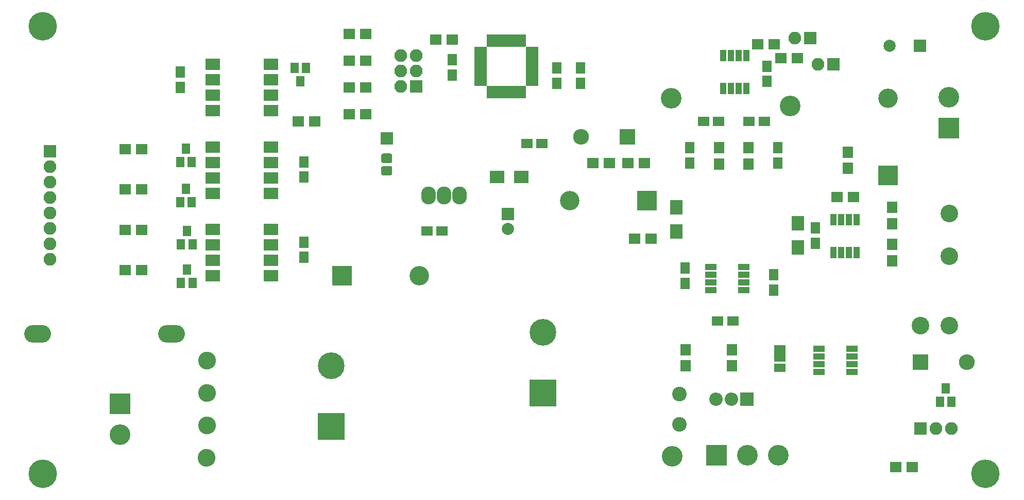
<source format=gts>
G04 #@! TF.GenerationSoftware,KiCad,Pcbnew,(5.1.4)-1*
G04 #@! TF.CreationDate,2019-11-18T21:37:14+02:00*
G04 #@! TF.ProjectId,pcb_1,7063625f-312e-46b6-9963-61645f706362,rev?*
G04 #@! TF.SameCoordinates,Original*
G04 #@! TF.FileFunction,Soldermask,Top*
G04 #@! TF.FilePolarity,Negative*
%FSLAX46Y46*%
G04 Gerber Fmt 4.6, Leading zero omitted, Abs format (unit mm)*
G04 Created by KiCad (PCBNEW (5.1.4)-1) date 2019-11-18 21:37:14*
%MOMM*%
%LPD*%
G04 APERTURE LIST*
%ADD10C,0.400000*%
%ADD11C,1.550000*%
%ADD12R,2.100000X2.100000*%
%ADD13C,4.700000*%
%ADD14C,2.000000*%
%ADD15R,2.000000X2.000000*%
%ADD16R,2.400000X2.000000*%
%ADD17R,1.900000X1.650000*%
%ADD18R,1.900000X1.700000*%
%ADD19O,4.400000X2.900000*%
%ADD20R,3.400000X3.400000*%
%ADD21C,3.400000*%
%ADD22C,4.400000*%
%ADD23R,4.400000X4.400000*%
%ADD24C,2.400000*%
%ADD25O,2.432000X2.940000*%
%ADD26R,2.432000X1.924000*%
%ADD27R,1.650000X1.900000*%
%ADD28O,2.100000X2.100000*%
%ADD29R,2.000000X0.950000*%
%ADD30R,0.950000X2.000000*%
%ADD31R,1.950000X1.000000*%
%ADD32R,2.000000X2.400000*%
%ADD33R,1.700000X1.900000*%
%ADD34R,1.900000X1.450000*%
%ADD35R,1.900000X2.800000*%
%ADD36R,1.000000X1.950000*%
%ADD37O,3.200000X3.200000*%
%ADD38R,3.200000X3.200000*%
%ADD39R,2.600000X2.600000*%
%ADD40O,2.600000X2.600000*%
%ADD41C,2.924000*%
%ADD42C,2.900000*%
%ADD43R,2.200000X2.200000*%
%ADD44O,2.200000X2.200000*%
%ADD45R,1.400000X1.800000*%
G04 APERTURE END LIST*
D10*
G36*
X97116071Y-56648623D02*
G01*
X97148781Y-56653475D01*
X97180857Y-56661509D01*
X97211991Y-56672649D01*
X97241884Y-56686787D01*
X97270247Y-56703787D01*
X97296807Y-56723485D01*
X97321308Y-56745692D01*
X97343515Y-56770193D01*
X97363213Y-56796753D01*
X97380213Y-56825116D01*
X97394351Y-56855009D01*
X97405491Y-56886143D01*
X97413525Y-56918219D01*
X97418377Y-56950929D01*
X97420000Y-56983956D01*
X97420000Y-57860044D01*
X97418377Y-57893071D01*
X97413525Y-57925781D01*
X97405491Y-57957857D01*
X97394351Y-57988991D01*
X97380213Y-58018884D01*
X97363213Y-58047247D01*
X97343515Y-58073807D01*
X97321308Y-58098308D01*
X97296807Y-58120515D01*
X97270247Y-58140213D01*
X97241884Y-58157213D01*
X97211991Y-58171351D01*
X97180857Y-58182491D01*
X97148781Y-58190525D01*
X97116071Y-58195377D01*
X97083044Y-58197000D01*
X95956956Y-58197000D01*
X95923929Y-58195377D01*
X95891219Y-58190525D01*
X95859143Y-58182491D01*
X95828009Y-58171351D01*
X95798116Y-58157213D01*
X95769753Y-58140213D01*
X95743193Y-58120515D01*
X95718692Y-58098308D01*
X95696485Y-58073807D01*
X95676787Y-58047247D01*
X95659787Y-58018884D01*
X95645649Y-57988991D01*
X95634509Y-57957857D01*
X95626475Y-57925781D01*
X95621623Y-57893071D01*
X95620000Y-57860044D01*
X95620000Y-56983956D01*
X95621623Y-56950929D01*
X95626475Y-56918219D01*
X95634509Y-56886143D01*
X95645649Y-56855009D01*
X95659787Y-56825116D01*
X95676787Y-56796753D01*
X95696485Y-56770193D01*
X95718692Y-56745692D01*
X95743193Y-56723485D01*
X95769753Y-56703787D01*
X95798116Y-56686787D01*
X95828009Y-56672649D01*
X95859143Y-56661509D01*
X95891219Y-56653475D01*
X95923929Y-56648623D01*
X95956956Y-56647000D01*
X97083044Y-56647000D01*
X97116071Y-56648623D01*
X97116071Y-56648623D01*
G37*
D11*
X96520000Y-57422000D03*
D10*
G36*
X97116071Y-54598623D02*
G01*
X97148781Y-54603475D01*
X97180857Y-54611509D01*
X97211991Y-54622649D01*
X97241884Y-54636787D01*
X97270247Y-54653787D01*
X97296807Y-54673485D01*
X97321308Y-54695692D01*
X97343515Y-54720193D01*
X97363213Y-54746753D01*
X97380213Y-54775116D01*
X97394351Y-54805009D01*
X97405491Y-54836143D01*
X97413525Y-54868219D01*
X97418377Y-54900929D01*
X97420000Y-54933956D01*
X97420000Y-55810044D01*
X97418377Y-55843071D01*
X97413525Y-55875781D01*
X97405491Y-55907857D01*
X97394351Y-55938991D01*
X97380213Y-55968884D01*
X97363213Y-55997247D01*
X97343515Y-56023807D01*
X97321308Y-56048308D01*
X97296807Y-56070515D01*
X97270247Y-56090213D01*
X97241884Y-56107213D01*
X97211991Y-56121351D01*
X97180857Y-56132491D01*
X97148781Y-56140525D01*
X97116071Y-56145377D01*
X97083044Y-56147000D01*
X95956956Y-56147000D01*
X95923929Y-56145377D01*
X95891219Y-56140525D01*
X95859143Y-56132491D01*
X95828009Y-56121351D01*
X95798116Y-56107213D01*
X95769753Y-56090213D01*
X95743193Y-56070515D01*
X95718692Y-56048308D01*
X95696485Y-56023807D01*
X95676787Y-55997247D01*
X95659787Y-55968884D01*
X95645649Y-55938991D01*
X95634509Y-55907857D01*
X95626475Y-55875781D01*
X95621623Y-55843071D01*
X95620000Y-55810044D01*
X95620000Y-54933956D01*
X95621623Y-54900929D01*
X95626475Y-54868219D01*
X95634509Y-54836143D01*
X95645649Y-54805009D01*
X95659787Y-54775116D01*
X95676787Y-54746753D01*
X95696485Y-54720193D01*
X95718692Y-54695692D01*
X95743193Y-54673485D01*
X95769753Y-54653787D01*
X95798116Y-54636787D01*
X95828009Y-54622649D01*
X95859143Y-54611509D01*
X95891219Y-54603475D01*
X95923929Y-54598623D01*
X95956956Y-54597000D01*
X97083044Y-54597000D01*
X97116071Y-54598623D01*
X97116071Y-54598623D01*
G37*
D11*
X96520000Y-55372000D03*
D12*
X96520000Y-52070000D03*
D13*
X194945000Y-33655000D03*
X194945000Y-107315000D03*
X40005000Y-107315000D03*
X40005000Y-33655000D03*
D14*
X116459000Y-67016000D03*
D15*
X116459000Y-64516000D03*
D16*
X114618000Y-58420000D03*
X118618000Y-58420000D03*
D17*
X119547000Y-52959000D03*
X122047000Y-52959000D03*
D18*
X182880000Y-106172000D03*
X180180000Y-106172000D03*
D19*
X61163200Y-84277200D03*
X39163200Y-84277200D03*
D20*
X52705000Y-95758000D03*
D21*
X52705000Y-100838000D03*
D22*
X87376000Y-89517200D03*
D23*
X87376000Y-99517200D03*
D21*
X143433800Y-104470200D03*
D24*
X144589500Y-99170500D03*
X144589500Y-94170500D03*
D15*
X184150000Y-36830000D03*
D14*
X179150000Y-36830000D03*
D25*
X103378000Y-61468000D03*
X108458000Y-61468000D03*
X105918000Y-61468000D03*
D26*
X77467500Y-53568600D03*
X77467500Y-56108600D03*
X77467500Y-58648600D03*
X77467500Y-61188600D03*
X67947500Y-61188600D03*
X67947500Y-58648600D03*
X67947500Y-56108600D03*
X67947500Y-53568600D03*
D27*
X62611000Y-41188000D03*
X62611000Y-43688000D03*
D26*
X77467500Y-67132200D03*
X77467500Y-69672200D03*
X77467500Y-72212200D03*
X77467500Y-74752200D03*
X67947500Y-74752200D03*
X67947500Y-72212200D03*
X67947500Y-69672200D03*
X67947500Y-67132200D03*
D18*
X56255900Y-60509777D03*
X53555900Y-60509777D03*
X53555900Y-53848000D03*
X56255900Y-53848000D03*
X56255900Y-67136888D03*
X53555900Y-67136888D03*
X53555900Y-73764000D03*
X56255900Y-73764000D03*
D28*
X41160700Y-72041001D03*
X41160700Y-69501001D03*
X41160700Y-66961001D03*
X41160700Y-64421001D03*
X41160700Y-61881001D03*
X41160700Y-59341001D03*
X41160700Y-56801001D03*
D12*
X41160700Y-54261001D03*
D26*
X77467500Y-47561500D03*
X77467500Y-45021500D03*
X77467500Y-42481500D03*
X77467500Y-39941500D03*
X67947500Y-39941500D03*
X67947500Y-42481500D03*
X67947500Y-45021500D03*
X67947500Y-47561500D03*
D28*
X98806000Y-38481000D03*
X101346000Y-38481000D03*
X98806000Y-41021000D03*
X101346000Y-41021000D03*
X98806000Y-43561000D03*
D12*
X101346000Y-43561000D03*
D18*
X93044000Y-48133000D03*
X90344000Y-48133000D03*
X93044000Y-39327666D03*
X90344000Y-39327666D03*
X90344000Y-34925000D03*
X93044000Y-34925000D03*
X93044000Y-43730332D03*
X90344000Y-43730332D03*
D29*
X111955000Y-37459000D03*
X111955000Y-38259000D03*
X111955000Y-39059000D03*
X111955000Y-39859000D03*
X111955000Y-40659000D03*
X111955000Y-41459000D03*
X111955000Y-42259000D03*
X111955000Y-43059000D03*
D30*
X113405000Y-44509000D03*
X114205000Y-44509000D03*
X115005000Y-44509000D03*
X115805000Y-44509000D03*
X116605000Y-44509000D03*
X117405000Y-44509000D03*
X118205000Y-44509000D03*
X119005000Y-44509000D03*
D29*
X120455000Y-43059000D03*
X120455000Y-42259000D03*
X120455000Y-41459000D03*
X120455000Y-40659000D03*
X120455000Y-39859000D03*
X120455000Y-39059000D03*
X120455000Y-38259000D03*
X120455000Y-37459000D03*
D30*
X119005000Y-36009000D03*
X118205000Y-36009000D03*
X117405000Y-36009000D03*
X116605000Y-36009000D03*
X115805000Y-36009000D03*
X115005000Y-36009000D03*
X114205000Y-36009000D03*
X113405000Y-36009000D03*
D31*
X155227000Y-77089000D03*
X155227000Y-75819000D03*
X155227000Y-74549000D03*
X155227000Y-73279000D03*
X149827000Y-73279000D03*
X149827000Y-74549000D03*
X149827000Y-75819000D03*
X149827000Y-77089000D03*
D32*
X164084000Y-66072000D03*
X164084000Y-70072000D03*
X144081500Y-67437000D03*
X144081500Y-63437000D03*
D27*
X128397000Y-40513000D03*
X128397000Y-43013000D03*
X107315000Y-39156000D03*
X107315000Y-41656000D03*
D33*
X179578000Y-69563000D03*
X179578000Y-72263000D03*
D27*
X160147000Y-77049000D03*
X160147000Y-74549000D03*
X145542000Y-73446000D03*
X145542000Y-75946000D03*
D33*
X153223500Y-86868000D03*
X153223500Y-89568000D03*
X145669000Y-89568000D03*
X145669000Y-86868000D03*
D34*
X161163000Y-89893000D03*
D35*
X161163000Y-87518000D03*
D36*
X173736000Y-65499000D03*
X172466000Y-65499000D03*
X171196000Y-65499000D03*
X169926000Y-65499000D03*
X169926000Y-70899000D03*
X171196000Y-70899000D03*
X172466000Y-70899000D03*
X173736000Y-70899000D03*
D37*
X178943000Y-45466000D03*
D38*
X178943000Y-58166000D03*
D31*
X167607000Y-90551000D03*
X167607000Y-89281000D03*
X167607000Y-88011000D03*
X167607000Y-86741000D03*
X173007000Y-86741000D03*
X173007000Y-88011000D03*
X173007000Y-89281000D03*
X173007000Y-90551000D03*
D12*
X184277000Y-99822000D03*
D28*
X186817000Y-99822000D03*
X189357000Y-99822000D03*
D39*
X184277000Y-88900000D03*
D40*
X191897000Y-88900000D03*
D17*
X153416000Y-82169000D03*
X150916000Y-82169000D03*
X105624000Y-67310000D03*
X103124000Y-67310000D03*
D27*
X167005000Y-66842000D03*
X167005000Y-69342000D03*
X146342100Y-53632100D03*
X146342100Y-56132100D03*
X160820100Y-56132100D03*
X160820100Y-53632100D03*
X82931000Y-58463500D03*
X82931000Y-55963500D03*
X82931000Y-69191500D03*
X82931000Y-71691500D03*
X124460000Y-40513000D03*
X124460000Y-43013000D03*
X159042100Y-42710100D03*
X159042100Y-40210100D03*
D17*
X151073100Y-49314100D03*
X148573100Y-49314100D03*
X156089100Y-49314100D03*
X158589100Y-49314100D03*
D22*
X122199400Y-84030800D03*
D23*
X122199400Y-94030800D03*
D41*
X67005200Y-88672400D03*
X67005200Y-93972400D03*
X67005200Y-99372400D03*
X66905200Y-104672400D03*
D40*
X128460500Y-51841400D03*
D39*
X136080500Y-51841400D03*
D37*
X126619000Y-62357000D03*
D38*
X139319000Y-62357000D03*
X89204800Y-74726800D03*
D37*
X101904800Y-74726800D03*
D28*
X163576000Y-35560000D03*
D12*
X166116000Y-35560000D03*
X169926000Y-39878000D03*
D28*
X167386000Y-39878000D03*
D42*
X188976000Y-82956400D03*
X184276000Y-82956400D03*
X188976000Y-71456400D03*
X188976000Y-64456400D03*
D43*
X155702000Y-94996000D03*
D44*
X153162000Y-94996000D03*
X150622000Y-94996000D03*
D18*
X136131300Y-56210200D03*
X138831300Y-56210200D03*
X133090900Y-56210200D03*
X130390900Y-56210200D03*
X139969000Y-68580000D03*
X137269000Y-68580000D03*
D33*
X179578000Y-66167000D03*
X179578000Y-63467000D03*
X151158100Y-53632100D03*
X151158100Y-56332100D03*
X156004100Y-53632100D03*
X156004100Y-56332100D03*
D18*
X84678500Y-49339500D03*
X81978500Y-49339500D03*
X163990000Y-38862000D03*
X161290000Y-38862000D03*
X157480000Y-36576000D03*
X160180000Y-36576000D03*
X173261000Y-61722000D03*
X170561000Y-61722000D03*
D33*
X172339000Y-54356000D03*
X172339000Y-57056000D03*
D18*
X104615000Y-35814000D03*
X107315000Y-35814000D03*
D21*
X143294100Y-45504100D03*
X162814000Y-46736000D03*
D36*
X155613100Y-43886100D03*
X154343100Y-43886100D03*
X153073100Y-43886100D03*
X151803100Y-43886100D03*
X151803100Y-38486100D03*
X153073100Y-38486100D03*
X154343100Y-38486100D03*
X155613100Y-38486100D03*
D21*
X188950600Y-45364400D03*
D20*
X188950600Y-50444400D03*
D21*
X160909000Y-104241600D03*
X155829000Y-104241600D03*
D20*
X150749000Y-104241600D03*
D45*
X82296000Y-42672000D03*
X81346000Y-40472000D03*
X83246000Y-40472000D03*
X63500000Y-60368000D03*
X64450000Y-62568000D03*
X62550000Y-62568000D03*
X63500000Y-53764000D03*
X64450000Y-55964000D03*
X62550000Y-55964000D03*
X63652400Y-67378400D03*
X64602400Y-69578400D03*
X62702400Y-69578400D03*
X62702400Y-75928400D03*
X64602400Y-75928400D03*
X63652400Y-73728400D03*
X187467200Y-95435600D03*
X189367200Y-95435600D03*
X188417200Y-93235600D03*
M02*

</source>
